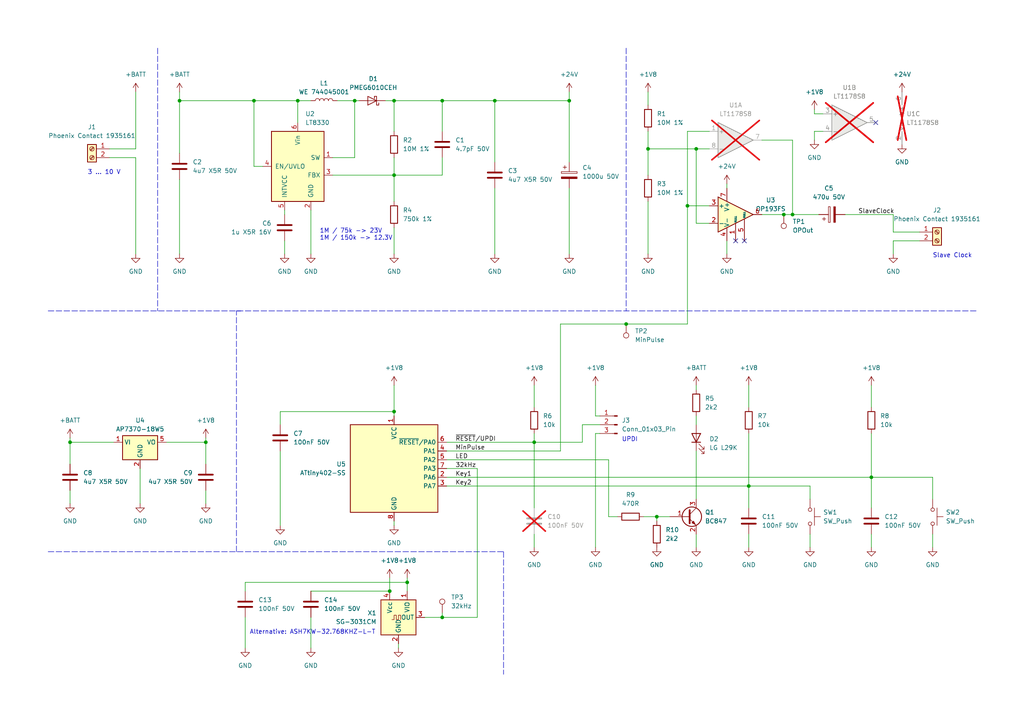
<source format=kicad_sch>
(kicad_sch (version 20230121) (generator eeschema)
  (paper "A4")
  (title_block (title "Master Clock") (date "2023-12-23") (rev "0.1") (company "Christian Mauderer") (comment 1 "Roughly based on http://www.suessbrich.info/elek/ErsatzMutteruhr.html"))
  (lib_symbols
    (symbol "Connector:Conn_01x03_Pin" (pin_names (offset 1.016) hide)
      (property "Reference" "J" (at 0 5.08 0))
      (property "Value" "Conn_01x03_Pin" (at 0 -5.08 0))
      (symbol "Conn_01x03_Pin_1_1"
        (polyline (pts (xy 1.27 -2.54) (xy 0.8636 -2.54)) (stroke (width 0.1524)))
        (polyline (pts (xy 1.27 0) (xy 0.8636 0)) (stroke (width 0.1524)))
        (polyline (pts (xy 1.27 2.54) (xy 0.8636 2.54)) (stroke (width 0.1524)))
        (rectangle (start 0.8636 -2.413) (end 0 -2.667) (stroke (width 0.1524)) (fill (type outline)))
        (rectangle (start 0.8636 0.127) (end 0 -0.127) (stroke (width 0.1524)) (fill (type outline)))
        (rectangle (start 0.8636 2.667) (end 0 2.413) (stroke (width 0.1524)) (fill (type outline)))
        (pin passive line (at 5.08 2.54 180) (length 3.81) (name "Pin_1") (number "1"))
        (pin passive line (at 5.08 0 180) (length 3.81) (name "Pin_2") (number "2"))
        (pin passive line (at 5.08 -2.54 180) (length 3.81) (name "Pin_3") (number "3"))
      )
    )
    (symbol "Connector:Screw_Terminal_01x02" (pin_names (offset 1.016) hide)
      (property "Reference" "J" (at 0 2.54 0))
      (property "Value" "Screw_Terminal_01x02" (at 0 -5.08 0))
      (symbol "Screw_Terminal_01x02_1_1"
        (rectangle (start -1.27 1.27) (end 1.27 -3.81) (stroke (width 0.254)) (fill (type background)))
        (circle (center 0 -2.54) (radius 0.635) (stroke (width 0.1524)))
        (polyline (pts (xy -0.5334 -2.2098) (xy 0.3302 -3.048)) (stroke (width 0.1524)))
        (polyline (pts (xy -0.5334 0.3302) (xy 0.3302 -0.508)) (stroke (width 0.1524)))
        (polyline (pts (xy -0.3556 -2.032) (xy 0.508 -2.8702)) (stroke (width 0.1524)))
        (polyline (pts (xy -0.3556 0.508) (xy 0.508 -0.3302)) (stroke (width 0.1524)))
        (circle (center 0 0) (radius 0.635) (stroke (width 0.1524)))
        (pin passive line (at -5.08 0 0) (length 3.81) (name "Pin_1") (number "1"))
        (pin passive line (at -5.08 -2.54 0) (length 3.81) (name "Pin_2") (number "2"))
      )
    )
    (symbol "Connector:TestPoint" (pin_numbers hide) (pin_names (offset 0.762) hide)
      (property "Reference" "TP" (at 0 6.858 0))
      (property "Value" "TestPoint" (at 0 5.08 0))
      (symbol "TestPoint_0_1"
        (circle (center 0 3.302) (radius 0.762))
      )
      (symbol "TestPoint_1_1"
        (pin passive line (at 0 0 90) (length 2.54) (name "1") (number "1"))
      )
    )
    (symbol "Device:C" (pin_numbers hide) (pin_names (offset 0.254))
      (property "Reference" "C" (at 0.635 2.54 0))
      (property "Value" "C" (at 0.635 -2.54 0))
      (symbol "C_0_1"
        (polyline (pts (xy -2.032 -0.762) (xy 2.032 -0.762)) (stroke (width 0.508)))
        (polyline (pts (xy -2.032 0.762) (xy 2.032 0.762)) (stroke (width 0.508)))
      )
      (symbol "C_1_1"
        (pin passive line (at 0 3.81 270) (length 2.794) (name "~") (number "1"))
        (pin passive line (at 0 -3.81 90) (length 2.794) (name "~") (number "2"))
      )
    )
    (symbol "Device:C_Polarized" (pin_numbers hide) (pin_names (offset 0.254))
      (property "Reference" "C" (at 0.635 2.54 0))
      (property "Value" "C_Polarized" (at 0.635 -2.54 0))
      (symbol "C_Polarized_0_1"
        (rectangle (start -2.286 0.508) (end 2.286 1.016))
        (polyline (pts (xy -1.778 2.286) (xy -0.762 2.286)))
        (polyline (pts (xy -1.27 2.794) (xy -1.27 1.778)))
        (rectangle (start 2.286 -0.508) (end -2.286 -1.016) (fill (type outline)))
      )
      (symbol "C_Polarized_1_1"
        (pin passive line (at 0 3.81 270) (length 2.794) (name "~") (number "1"))
        (pin passive line (at 0 -3.81 90) (length 2.794) (name "~") (number "2"))
      )
    )
    (symbol "Device:L" (pin_numbers hide) (pin_names (offset 1.016) hide)
      (property "Reference" "L" (at -1.27 0 90))
      (property "Value" "L" (at 1.905 0 90))
      (symbol "L_0_1"
        (arc (start 0 -2.54) (mid 0.6323 -1.905) (end 0 -1.27))
        (arc (start 0 -1.27) (mid 0.6323 -0.635) (end 0 0))
        (arc (start 0 0) (mid 0.6323 0.635) (end 0 1.27))
        (arc (start 0 1.27) (mid 0.6323 1.905) (end 0 2.54))
      )
      (symbol "L_1_1"
        (pin passive line (at 0 3.81 270) (length 1.27) (name "1") (number "1"))
        (pin passive line (at 0 -3.81 90) (length 1.27) (name "2") (number "2"))
      )
    )
    (symbol "Device:LED" (pin_numbers hide) (pin_names (offset 1.016) hide)
      (property "Reference" "D" (at 0 2.54 0))
      (property "Value" "LED" (at 0 -2.54 0))
      (symbol "LED_0_1"
        (polyline (pts (xy -1.27 -1.27) (xy -1.27 1.27)) (stroke (width 0.254)))
        (polyline (pts (xy -1.27 0) (xy 1.27 0)))
        (polyline (pts (xy 1.27 -1.27) (xy 1.27 1.27) (xy -1.27 0) (xy 1.27 -1.27)) (stroke (width 0.254)))
        (polyline (pts (xy -3.048 -0.762) (xy -4.572 -2.286) (xy -3.81 -2.286) (xy -4.572 -2.286) (xy -4.572 -1.524)))
        (polyline (pts (xy -1.778 -0.762) (xy -3.302 -2.286) (xy -2.54 -2.286) (xy -3.302 -2.286) (xy -3.302 -1.524)))
      )
      (symbol "LED_1_1"
        (pin passive line (at -3.81 0 0) (length 2.54) (name "K") (number "1"))
        (pin passive line (at 3.81 0 180) (length 2.54) (name "A") (number "2"))
      )
    )
    (symbol "Device:R" (pin_numbers hide) (pin_names (offset 0))
      (property "Reference" "R" (at 2.032 0 90))
      (property "Value" "R" (at 0 0 90))
      (symbol "R_0_1"
        (rectangle (start -1.016 -2.54) (end 1.016 2.54) (stroke (width 0.254)))
      )
      (symbol "R_1_1"
        (pin passive line (at 0 3.81 270) (length 1.27) (name "~") (number "1"))
        (pin passive line (at 0 -3.81 90) (length 1.27) (name "~") (number "2"))
      )
    )
    (symbol "Diode:PMEG6010CEH" (pin_numbers hide) (pin_names hide)
      (property "Reference" "D" (at 0 2.54 0))
      (property "Value" "PMEG6010CEH" (at 0 -2.54 0))
      (symbol "PMEG6010CEH_0_1"
        (polyline (pts (xy 1.27 0) (xy -1.27 0)))
        (polyline (pts (xy 1.27 1.27) (xy 1.27 -1.27) (xy -1.27 0) (xy 1.27 1.27)) (stroke (width 0.2032)))
        (polyline (pts (xy -1.905 0.635) (xy -1.905 1.27) (xy -1.27 1.27) (xy -1.27 -1.27) (xy -0.635 -1.27) (xy -0.635 -0.635)) (stroke (width 0.2032)))
      )
      (symbol "PMEG6010CEH_1_1"
        (pin passive line (at -3.81 0 0) (length 2.54) (name "K") (number "1"))
        (pin passive line (at 3.81 0 180) (length 2.54) (name "A") (number "2"))
      )
    )
    (symbol "MCU_Microchip_ATtiny:ATtiny402-SS"
      (property "Reference" "U" (at -12.7 13.97 0))
      (property "Value" "ATtiny402-SS" (at 2.54 -13.97 0))
      (symbol "ATtiny402-SS_0_1"
        (rectangle (start -12.7 -12.7) (end 12.7 12.7) (stroke (width 0.254)) (fill (type background)))
      )
      (symbol "ATtiny402-SS_1_1"
        (pin power_in line (at 0 15.24 270) (length 2.54) (name "VCC") (number "1"))
        (pin bidirectional line (at 15.24 -2.54 180) (length 2.54) (name "PA6") (number "2"))
        (pin bidirectional line (at 15.24 -5.08 180) (length 2.54) (name "PA7") (number "3"))
        (pin bidirectional line (at 15.24 5.08 180) (length 2.54) (name "PA1") (number "4"))
        (pin bidirectional line (at 15.24 2.54 180) (length 2.54) (name "PA2") (number "5"))
        (pin bidirectional line (at 15.24 7.62 180) (length 2.54) (name "~{RESET}/PA0") (number "6"))
        (pin bidirectional line (at 15.24 0 180) (length 2.54) (name "PA3") (number "7"))
        (pin power_in line (at 0 -15.24 90) (length 2.54) (name "GND") (number "8"))
      )
    )
    (symbol "Master_Clock:AP7370-18W5"
      (property "Reference" "U" (at -3.81 3.175 0))
      (property "Value" "AP7370-18W5" (at 0 3.175 0))
      (symbol "AP7370-18W5_0_1"
        (rectangle (start -5.08 1.905) (end 5.08 -5.08) (stroke (width 0.254)) (fill (type background)))
      )
      (symbol "AP7370-18W5_1_1"
        (pin power_in line (at -7.62 0 0) (length 2.54) (name "VI") (number "1"))
        (pin power_in line (at 0 -7.62 90) (length 2.54) (name "GND") (number "2"))
        (pin no_connect line (at -5.08 -2.54 0) (length 2.54) hide (name "NC") (number "3"))
        (pin no_connect line (at 5.08 -2.54 180) (length 2.54) hide (name "NC") (number "4"))
        (pin power_out line (at 7.62 0 180) (length 2.54) (name "VO") (number "5"))
      )
    )
    (symbol "Master_Clock:LT1178S8" (pin_names (offset 0.127))
      (property "Reference" "U" (at 0 5.08 0))
      (property "Value" "LT1178S8" (at 0 -5.08 0))
      (symbol "LT1178S8_1_1"
        (polyline (pts (xy -5.08 5.08) (xy 5.08 0) (xy -5.08 -5.08) (xy -5.08 5.08)) (stroke (width 0.254)) (fill (type background)))
        (pin input line (at -7.62 2.54 0) (length 2.54) (name "+") (number "1"))
        (pin output line (at 7.62 0 180) (length 2.54) (name "~") (number "7"))
        (pin input line (at -7.62 -2.54 0) (length 2.54) (name "-") (number "8"))
      )
      (symbol "LT1178S8_2_1"
        (polyline (pts (xy -5.08 5.08) (xy 5.08 0) (xy -5.08 -5.08) (xy -5.08 5.08)) (stroke (width 0.254)) (fill (type background)))
        (pin input line (at -7.62 2.54 0) (length 2.54) (name "+") (number "3"))
        (pin input line (at -7.62 -2.54 0) (length 2.54) (name "-") (number "4"))
        (pin output line (at 7.62 0 180) (length 2.54) (name "~") (number "5"))
      )
      (symbol "LT1178S8_3_1"
        (pin power_in line (at -2.54 -7.62 90) (length 3.81) (name "V-") (number "2"))
        (pin power_in line (at -2.54 7.62 270) (length 3.81) (name "V+") (number "6"))
      )
    )
    (symbol "Master_Clock:LT8330xS6" (pin_names (offset 1.016))
      (property "Reference" "U" (at 1.27 13.97 0))
      (property "Value" "LT8330" (at 1.27 11.43 0))
      (symbol "LT8330xS6_0_1"
        (rectangle (start -7.62 10.16) (end 7.62 -10.16) (stroke (width 0.254)) (fill (type background)))
      )
      (symbol "LT8330xS6_1_1"
        (pin input line (at 10.16 2.54 180) (length 2.54) (name "SW") (number "1"))
        (pin power_in line (at 3.81 -12.7 90) (length 2.54) (name "GND") (number "2"))
        (pin input line (at 10.16 -2.54 180) (length 2.54) (name "FBX") (number "3"))
        (pin input line (at -10.16 0 0) (length 2.54) (name "EN/UVLO") (number "4"))
        (pin output line (at -3.81 -12.7 90) (length 2.54) (name "INTVCC") (number "5"))
        (pin power_in line (at 0 12.7 270) (length 2.54) (name "Vin") (number "6"))
      )
    )
    (symbol "Master_Clock:OP193" (pin_names (offset 0.127))
      (property "Reference" "U" (at 0 6.35 0))
      (property "Value" "OP193" (at 0 3.81 0))
      (symbol "OP193_1_1"
        (polyline (pts (xy -5.08 5.08) (xy 5.08 0) (xy -5.08 -5.08) (xy -5.08 5.08)) (stroke (width 0.254)) (fill (type background)))
        (pin input line (at 0 -7.62 90) (length 5.08) (name "NULL") (number "1"))
        (pin input line (at -7.62 -2.54 0) (length 2.54) (name "-") (number "2"))
        (pin input line (at -7.62 2.54 0) (length 2.54) (name "+") (number "3"))
        (pin power_in line (at -2.54 -7.62 90) (length 3.81) (name "V-") (number "4"))
        (pin input line (at 2.54 -7.62 90) (length 6.35) (name "NULL") (number "5"))
        (pin output line (at 7.62 0 180) (length 2.54) (name "~") (number "6"))
        (pin power_in line (at -2.54 7.62 270) (length 3.81) (name "V+") (number "7"))
        (pin no_connect line (at -2.54 0 180) (length 2.54) hide (name "NC") (number "8"))
      )
    )
    (symbol "Oscillator:SG-3030CM"
      (property "Reference" "X" (at -5.08 -6.35 0))
      (property "Value" "SG-3030CM" (at 1.27 -6.35 0))
      (symbol "SG-3030CM_0_1"
        (rectangle (start -5.08 5.08) (end 5.08 -5.08) (stroke (width 0.254)) (fill (type background)))
        (polyline (pts (xy -1.905 -0.635) (xy -1.27 -0.635) (xy -1.27 0.635) (xy -0.635 0.635) (xy -0.635 -0.635) (xy 0 -0.635) (xy 0 0.635) (xy 0.635 0.635) (xy 0.635 -0.635)))
      )
      (symbol "SG-3030CM_1_1"
        (pin power_in line (at 2.54 7.62 270) (length 2.54) (name "VIO") (number "1"))
        (pin power_in line (at 0 -7.62 90) (length 2.54) (name "GND") (number "2"))
        (pin output line (at 7.62 0 180) (length 2.54) (name "OUT") (number "3"))
        (pin power_in line (at -2.54 7.62 270) (length 2.54) (name "Vcc") (number "4"))
      )
    )
    (symbol "Switch:SW_Push" (pin_numbers hide) (pin_names (offset 1.016) hide)
      (property "Reference" "SW" (at 1.27 2.54 0))
      (property "Value" "SW_Push" (at 0 -1.524 0))
      (symbol "SW_Push_0_1"
        (circle (center -2.032 0) (radius 0.508))
        (polyline (pts (xy 0 1.27) (xy 0 3.048)))
        (polyline (pts (xy 2.54 1.27) (xy -2.54 1.27)))
        (circle (center 2.032 0) (radius 0.508))
        (pin passive line (at -5.08 0 0) (length 2.54) (name "1") (number "1"))
        (pin passive line (at 5.08 0 180) (length 2.54) (name "2") (number "2"))
      )
    )
    (symbol "Transistor_BJT:BC847" (pin_names (offset 0) hide)
      (property "Reference" "Q" (at 5.08 1.905 0))
      (property "Value" "BC847" (at 5.08 0 0))
      (symbol "BC847_0_1"
        (polyline (pts (xy 0.635 0.635) (xy 2.54 2.54)))
        (polyline (pts (xy 0.635 -0.635) (xy 2.54 -2.54) (xy 2.54 -2.54)))
        (polyline (pts (xy 0.635 1.905) (xy 0.635 -1.905) (xy 0.635 -1.905)) (stroke (width 0.508)))
        (polyline (pts (xy 1.27 -1.778) (xy 1.778 -1.27) (xy 2.286 -2.286) (xy 1.27 -1.778) (xy 1.27 -1.778)) (fill (type outline)))
        (circle (center 1.27 0) (radius 2.8194) (stroke (width 0.254)))
      )
      (symbol "BC847_1_1"
        (pin input line (at -5.08 0 0) (length 5.715) (name "B") (number "1"))
        (pin passive line (at 2.54 -5.08 90) (length 2.54) (name "E") (number "2"))
        (pin passive line (at 2.54 5.08 270) (length 2.54) (name "C") (number "3"))
      )
    )
    (symbol "power:+1V8" (power) (pin_names (offset 0))
      (property "Value" "+1V8" (at 0 3.556 0))
      (symbol "+1V8_0_1"
        (polyline (pts (xy -0.762 1.27) (xy 0 2.54)))
        (polyline (pts (xy 0 0) (xy 0 2.54)))
        (polyline (pts (xy 0 2.54) (xy 0.762 1.27)))
      )
      (symbol "+1V8_1_1"
        (pin power_in line (at 0 0 90) (length 0) hide (name "+1V8") (number "1"))
      )
    )
    (symbol "power:+24V" (power) (pin_names (offset 0))
      (property "Value" "+24V" (at 0 3.556 0))
      (symbol "+24V_0_1"
        (polyline (pts (xy -0.762 1.27) (xy 0 2.54)))
        (polyline (pts (xy 0 0) (xy 0 2.54)))
        (polyline (pts (xy 0 2.54) (xy 0.762 1.27)))
      )
      (symbol "+24V_1_1"
        (pin power_in line (at 0 0 90) (length 0) hide (name "+24V") (number "1"))
      )
    )
    (symbol "power:+BATT" (power) (pin_names (offset 0))
      (property "Value" "+BATT" (at 0 3.556 0))
      (symbol "+BATT_0_1"
        (polyline (pts (xy -0.762 1.27) (xy 0 2.54)))
        (polyline (pts (xy 0 0) (xy 0 2.54)))
        (polyline (pts (xy 0 2.54) (xy 0.762 1.27)))
      )
      (symbol "+BATT_1_1"
        (pin power_in line (at 0 0 90) (length 0) hide (name "+BATT") (number "1"))
      )
    )
    (symbol "power:GND" (power) (pin_names (offset 0))
      (property "Value" "GND" (at 0 -3.81 0))
      (symbol "GND_0_1"
        (polyline (pts (xy 0 0) (xy 0 -1.27) (xy 1.27 -1.27) (xy 0 -2.54) (xy -1.27 -1.27) (xy 0 -1.27)))
      )
      (symbol "GND_1_1"
        (pin power_in line (at 0 0 270) (length 0) hide (name "GND") (number "1"))
      )
    )
  )
  (junction (at 128.27 179.07))
  (junction (at 118.11 168.91))
  (junction (at 217.17 140.97))
  (junction (at 201.93 43.18))
  (junction (at 102.87 29.21))
  (junction (at 113.03 171.45))
  (junction (at 181.61 93.98))
  (junction (at 128.27 29.21))
  (junction (at 20.32 128.27))
  (junction (at 86.36 29.21))
  (junction (at 114.3 119.38))
  (junction (at 59.69 128.27))
  (junction (at 114.3 50.8))
  (junction (at 52.07 29.21))
  (junction (at 199.39 59.69))
  (junction (at 227.33 62.23))
  (junction (at 143.51 29.21))
  (junction (at 154.94 128.27))
  (junction (at 73.66 29.21))
  (junction (at 229.87 62.23))
  (junction (at 165.1 29.21))
  (junction (at 252.73 138.43))
  (junction (at 187.96 43.18))
  (junction (at 114.3 29.21))
  (junction (at 190.5 149.86))
  (no_connect (at 215.9 69.85))
  (no_connect (at 254 35.56))
  (no_connect (at 213.36 69.85))
  (wire (pts (xy 128.27 45.72) (xy 128.27 50.8)))
  (wire (pts (xy 186.69 149.86) (xy 190.5 149.86)))
  (wire (pts (xy 143.51 29.21) (xy 128.27 29.21)))
  (wire (pts (xy 252.73 154.94) (xy 252.73 158.75)))
  (wire (pts (xy 129.54 133.35) (xy 176.53 133.35)))
  (wire (pts (xy 76.2 48.26) (xy 73.66 48.26)))
  (wire (pts (xy 39.37 45.72) (xy 31.75 45.72)))
  (wire (pts (xy 96.52 45.72) (xy 102.87 45.72)))
  (wire (pts (xy 86.36 29.21) (xy 86.36 35.56)))
  (wire (pts (xy 39.37 73.66) (xy 39.37 45.72)))
  (wire (pts (xy 52.07 44.45) (xy 52.07 29.21)))
  (wire (pts (xy 259.08 69.85) (xy 266.7 69.85)))
  (wire (pts (xy 90.17 29.21) (xy 86.36 29.21)))
  (wire (pts (xy 118.11 168.91) (xy 118.11 171.45)))
  (wire (pts (xy 102.87 29.21) (xy 97.79 29.21)))
  (wire (pts (xy 201.93 43.18) (xy 205.74 43.18)))
  (wire (pts (xy 82.55 60.96) (xy 82.55 62.23)))
  (wire (pts (xy 114.3 45.72) (xy 114.3 50.8)))
  (wire (pts (xy 187.96 38.1) (xy 187.96 43.18)))
  (wire (pts (xy 71.12 171.45) (xy 71.12 168.91)))
  (wire (pts (xy 238.76 33.02) (xy 236.22 33.02)))
  (wire (pts (xy 71.12 179.07) (xy 71.12 187.96)))
  (wire (pts (xy 217.17 125.73) (xy 217.17 140.97)))
  (wire (pts (xy 39.37 26.67) (xy 39.37 43.18)))
  (wire (pts (xy 229.87 40.64) (xy 229.87 62.23)))
  (wire (pts (xy 165.1 54.61) (xy 165.1 73.66)))
  (wire (pts (xy 172.72 125.73) (xy 173.99 125.73)))
  (wire (pts (xy 102.87 29.21) (xy 104.14 29.21)))
  (wire (pts (xy 270.51 154.94) (xy 270.51 158.75)))
  (wire (pts (xy 176.53 149.86) (xy 179.07 149.86)))
  (wire (pts (xy 129.54 138.43) (xy 252.73 138.43)))
  (wire (pts (xy 114.3 50.8) (xy 114.3 58.42)))
  (wire (pts (xy 73.66 48.26) (xy 73.66 29.21)))
  (wire (pts (xy 168.91 123.19) (xy 168.91 128.27)))
  (wire (pts (xy 129.54 130.81) (xy 162.56 130.81)))
  (wire (pts (xy 181.61 93.98) (xy 199.39 93.98)))
  (wire (pts (xy 259.08 67.31) (xy 266.7 67.31)))
  (wire (pts (xy 217.17 140.97) (xy 234.95 140.97)))
  (wire (pts (xy 234.95 140.97) (xy 234.95 144.78)))
  (wire (pts (xy 114.3 119.38) (xy 114.3 120.65)))
  (wire (pts (xy 245.11 62.23) (xy 259.08 62.23)))
  (wire (pts (xy 59.69 142.24) (xy 59.69 146.05)))
  (wire (pts (xy 52.07 29.21) (xy 73.66 29.21)))
  (wire (pts (xy 71.12 168.91) (xy 118.11 168.91)))
  (wire (pts (xy 190.5 149.86) (xy 194.31 149.86)))
  (wire (pts (xy 114.3 111.76) (xy 114.3 119.38)))
  (wire (pts (xy 229.87 62.23) (xy 237.49 62.23)))
  (wire (pts (xy 165.1 26.67) (xy 165.1 29.21)))
  (wire (pts (xy 129.54 135.89) (xy 138.43 135.89)))
  (wire (pts (xy 90.17 60.96) (xy 90.17 73.66)))
  (wire (pts (xy 128.27 50.8) (xy 114.3 50.8)))
  (wire (pts (xy 111.76 29.21) (xy 114.3 29.21)))
  (wire (pts (xy 162.56 93.98) (xy 181.61 93.98)))
  (wire (pts (xy 201.93 120.65) (xy 201.93 123.19)))
  (wire (pts (xy 252.73 125.73) (xy 252.73 138.43)))
  (wire (pts (xy 252.73 138.43) (xy 270.51 138.43)))
  (wire (pts (xy 217.17 111.76) (xy 217.17 118.11)))
  (wire (pts (xy 172.72 158.75) (xy 172.72 125.73)))
  (wire (pts (xy 252.73 111.76) (xy 252.73 118.11)))
  (wire (pts (xy 81.28 119.38) (xy 114.3 119.38)))
  (wire (pts (xy 33.02 128.27) (xy 20.32 128.27)))
  (wire (pts (xy 96.52 50.8) (xy 114.3 50.8)))
  (polyline (pts (xy 146.05 160.02) (xy 146.05 195.58)) (stroke (width 0) (type dash)))
  (wire (pts (xy 81.28 119.38) (xy 81.28 123.19)))
  (polyline (pts (xy 13.97 90.17) (xy 283.21 90.17)) (stroke (width 0) (type dash)))
  (wire (pts (xy 236.22 38.1) (xy 236.22 40.64)))
  (wire (pts (xy 73.66 29.21) (xy 86.36 29.21)))
  (wire (pts (xy 172.72 120.65) (xy 172.72 111.76)))
  (wire (pts (xy 129.54 128.27) (xy 154.94 128.27)))
  (wire (pts (xy 168.91 128.27) (xy 154.94 128.27)))
  (wire (pts (xy 154.94 154.94) (xy 154.94 158.75)))
  (wire (pts (xy 238.76 38.1) (xy 236.22 38.1)))
  (wire (pts (xy 114.3 38.1) (xy 114.3 29.21)))
  (wire (pts (xy 187.96 58.42) (xy 187.96 73.66)))
  (wire (pts (xy 81.28 130.81) (xy 81.28 152.4)))
  (wire (pts (xy 259.08 62.23) (xy 259.08 67.31)))
  (polyline (pts (xy 13.97 160.02) (xy 146.05 160.02)) (stroke (width 0) (type dash)))
  (wire (pts (xy 138.43 179.07) (xy 138.43 135.89)))
  (wire (pts (xy 162.56 130.81) (xy 162.56 93.98)))
  (wire (pts (xy 199.39 38.1) (xy 205.74 38.1)))
  (wire (pts (xy 20.32 128.27) (xy 20.32 127)))
  (wire (pts (xy 210.82 73.66) (xy 210.82 69.85)))
  (wire (pts (xy 82.55 69.85) (xy 82.55 73.66)))
  (wire (pts (xy 201.93 111.76) (xy 201.93 113.03)))
  (wire (pts (xy 187.96 43.18) (xy 201.93 43.18)))
  (wire (pts (xy 40.64 135.89) (xy 40.64 146.05)))
  (wire (pts (xy 128.27 29.21) (xy 114.3 29.21)))
  (wire (pts (xy 205.74 64.77) (xy 201.93 64.77)))
  (wire (pts (xy 90.17 179.07) (xy 90.17 187.96)))
  (wire (pts (xy 90.17 171.45) (xy 113.03 171.45)))
  (wire (pts (xy 252.73 138.43) (xy 252.73 147.32)))
  (wire (pts (xy 115.57 187.96) (xy 115.57 186.69)))
  (wire (pts (xy 113.03 167.64) (xy 113.03 171.45)))
  (wire (pts (xy 114.3 152.4) (xy 114.3 151.13)))
  (wire (pts (xy 143.51 46.99) (xy 143.51 29.21)))
  (wire (pts (xy 199.39 38.1) (xy 199.39 59.69)))
  (wire (pts (xy 143.51 54.61) (xy 143.51 73.66)))
  (wire (pts (xy 52.07 26.67) (xy 52.07 29.21)))
  (wire (pts (xy 59.69 128.27) (xy 59.69 134.62)))
  (wire (pts (xy 187.96 26.67) (xy 187.96 30.48)))
  (wire (pts (xy 201.93 64.77) (xy 201.93 43.18)))
  (wire (pts (xy 154.94 111.76) (xy 154.94 118.11)))
  (wire (pts (xy 128.27 179.07) (xy 138.43 179.07)))
  (wire (pts (xy 39.37 43.18) (xy 31.75 43.18)))
  (wire (pts (xy 187.96 43.18) (xy 187.96 50.8)))
  (wire (pts (xy 227.33 62.23) (xy 229.87 62.23)))
  (wire (pts (xy 259.08 69.85) (xy 259.08 73.66)))
  (wire (pts (xy 165.1 29.21) (xy 143.51 29.21)))
  (wire (pts (xy 20.32 128.27) (xy 20.32 134.62)))
  (wire (pts (xy 234.95 154.94) (xy 234.95 158.75)))
  (wire (pts (xy 52.07 52.07) (xy 52.07 73.66)))
  (polyline (pts (xy 45.72 13.97) (xy 45.72 90.17)) (stroke (width 0) (type dash)))
  (polyline (pts (xy 68.58 160.02) (xy 68.58 90.17)) (stroke (width 0) (type dash)))
  (wire (pts (xy 217.17 140.97) (xy 217.17 147.32)))
  (wire (pts (xy 165.1 46.99) (xy 165.1 29.21)))
  (wire (pts (xy 102.87 45.72) (xy 102.87 29.21)))
  (wire (pts (xy 201.93 130.81) (xy 201.93 144.78)))
  (wire (pts (xy 270.51 144.78) (xy 270.51 138.43)))
  (wire (pts (xy 129.54 140.97) (xy 217.17 140.97)))
  (wire (pts (xy 176.53 133.35) (xy 176.53 149.86)))
  (wire (pts (xy 118.11 167.64) (xy 118.11 168.91)))
  (wire (pts (xy 154.94 128.27) (xy 154.94 147.32)))
  (wire (pts (xy 199.39 59.69) (xy 199.39 93.98)))
  (wire (pts (xy 20.32 142.24) (xy 20.32 146.05)))
  (polyline (pts (xy 68.58 90.17) (xy 69.85 90.17)))
  (wire (pts (xy 201.93 158.75) (xy 201.93 154.94)))
  (wire (pts (xy 236.22 33.02) (xy 236.22 31.75)))
  (wire (pts (xy 217.17 154.94) (xy 217.17 158.75)))
  (wire (pts (xy 173.99 120.65) (xy 172.72 120.65)))
  (wire (pts (xy 190.5 149.86) (xy 190.5 151.13)))
  (wire (pts (xy 114.3 66.04) (xy 114.3 73.66)))
  (wire (pts (xy 123.19 179.07) (xy 128.27 179.07)))
  (wire (pts (xy 220.98 40.64) (xy 229.87 40.64)))
  (wire (pts (xy 128.27 29.21) (xy 128.27 38.1)))
  (wire (pts (xy 59.69 128.27) (xy 59.69 127)))
  (wire (pts (xy 220.98 62.23) (xy 227.33 62.23)))
  (wire (pts (xy 199.39 59.69) (xy 205.74 59.69)))
  (wire (pts (xy 154.94 125.73) (xy 154.94 128.27)))
  (polyline (pts (xy 181.61 13.97) (xy 181.61 90.17)) (stroke (width 0) (type dash)))
  (wire (pts (xy 48.26 128.27) (xy 59.69 128.27)))
  (wire (pts (xy 173.99 123.19) (xy 168.91 123.19)))
  (wire (pts (xy 210.82 53.34) (xy 210.82 54.61)))
  (wire (pts (xy 128.27 177.8) (xy 128.27 179.07)))
  (text "UPDI" (at 180.34 128.27 0) (effects (font (size 1.27 1.27)) (justify left bottom)))
  (text "Alternative: ASH7KW-32.768KHZ-L-T" (at 72.39 184.15 0) (effects (font (size 1.27 1.27)) (justify left bottom)))
  (text "1M / 75k -> 23V\n1M / 150k -> 12.3V" (at 92.71 69.85 0) (effects (font (size 1.27 1.27)) (justify left bottom)))
  (text "3 ... 10 V" (at 25.4 50.8 0) (effects (font (size 1.27 1.27)) (justify left bottom)))
  (text "Slave Clock" (at 270.51 74.93 0) (effects (font (size 1.27 1.27)) (justify left bottom)))
  (label "32kHz" (at 132.08 135.89 0))
  (label "SlaveClock" (at 248.92 62.23 0))
  (label "~{RESET}{slash}UPDI" (at 132.08 128.27 0))
  (label "Key1" (at 132.08 138.43 0))
  (label "LED" (at 132.08 133.35 0))
  (label "MinPulse" (at 132.08 130.81 0))
  (label "Key2" (at 132.08 140.97 0))
  (symbol (lib_id "power:GND") (at 210.82 73.66 0) (unit 1)
    (property "Reference" "#PWR018" (effects hide))
    (property "Value" "GND" (at 210.82 78.74 0))
  )
  (symbol (lib_id "power:GND") (at 187.96 73.66 0) (unit 1)
    (property "Reference" "#PWR017" (effects hide))
    (property "Value" "GND" (at 187.96 78.74 0))
  )
  (symbol (lib_id "power:GND") (at 259.08 73.66 0) (unit 1)
    (property "Reference" "#PWR019" (effects hide))
    (property "Value" "GND" (at 259.08 78.74 0))
  )
  (symbol (lib_id "Device:R") (at 201.93 116.84 0) (unit 1)
    (property "Reference" "R5" (at 204.47 115.57 0) (effects (justify left)))
    (property "Value" "2k2" (at 204.47 118.11 0) (effects (justify left)))
    (property "Footprint" "Resistor_SMD:R_0603_1608Metric_Pad0.98x0.95mm_HandSolder" (effects hide))
  )
  (symbol (lib_id "power:+1V8") (at 236.22 31.75 0) (unit 1)
    (property "Reference" "#PWR06" (effects hide))
    (property "Value" "+1V8" (at 236.22 26.67 0))
  )
  (symbol (lib_id "power:+1V8") (at 118.11 167.64 0) (unit 1)
    (property "Reference" "#PWR042" (effects hide))
    (property "Value" "+1V8" (at 118.11 162.56 0))
  )
  (symbol (lib_id "power:+BATT") (at 39.37 26.67 0) (unit 1)
    (property "Reference" "#PWR01" (effects hide))
    (property "Value" "+BATT" (at 39.37 21.59 0))
  )
  (symbol (lib_id "Device:R") (at 217.17 121.92 0) (unit 1)
    (property "Reference" "R7" (at 219.71 120.65 0) (effects (justify left)))
    (property "Value" "10k" (at 219.71 123.19 0) (effects (justify left)))
    (property "Footprint" "Resistor_SMD:R_0603_1608Metric_Pad0.98x0.95mm_HandSolder" (effects hide))
  )
  (symbol (lib_id "Master_Clock:LT1178S8") (at 246.38 35.56 0) (unit 2) (dnp yes)
    (property "Reference" "U1" (at 246.38 25.4 0))
    (property "Value" "LT1178S8" (at 246.38 27.94 0))
    (property "Footprint" "Package_SO:SOIC-8_3.9x4.9mm_P1.27mm" (effects hide))
    (property "Datasheet" "https://www.analog.com/media/en/technical-documentation/data-sheets/11789fb.pdf" (effects hide))
  )
  (symbol (lib_id "Master_Clock:AP7370-18W5") (at 40.64 128.27 0) (unit 1)
    (property "Reference" "U4" (at 40.64 121.92 0))
    (property "Value" "AP7370-18W5" (at 40.64 124.46 0))
    (property "Footprint" "Package_TO_SOT_SMD:SOT-23-5" (effects hide))
    (property "Datasheet" "https://www.diodes.com/assets/Datasheets/AP7370.pdf" (effects hide))
  )
  (symbol (lib_id "MCU_Microchip_ATtiny:ATtiny402-SS") (at 114.3 135.89 0) (unit 1)
    (property "Reference" "U5" (at 100.33 134.62 0) (effects (justify right)))
    (property "Value" "ATtiny402-SS" (at 100.33 137.16 0) (effects (justify right)))
    (property "Footprint" "Package_SO:SOIC-8_3.9x4.9mm_P1.27mm" (effects hide))
    (property "Datasheet" "http://ww1.microchip.com/downloads/en/DeviceDoc/ATtiny202-402-AVR-MCU-with-Core-Independent-Peripherals_and-picoPower-40001969A.pdf" (effects hide))
  )
  (symbol (lib_id "power:GND") (at 217.17 158.75 0) (unit 1)
    (property "Reference" "#PWR037" (effects hide))
    (property "Value" "GND" (at 217.17 163.83 0))
  )
  (symbol (lib_id "power:GND") (at 172.72 158.75 0) (unit 1)
    (property "Reference" "#PWR034" (effects hide))
    (property "Value" "GND" (at 172.72 163.83 0))
  )
  (symbol (lib_id "Device:C") (at 81.28 127 0) (unit 1)
    (property "Reference" "C7" (at 85.09 125.73 0) (effects (justify left)))
    (property "Value" "100nF 50V" (at 85.09 128.27 0) (effects (justify left)))
    (property "Footprint" "Capacitor_SMD:C_0603_1608Metric_Pad1.08x0.95mm_HandSolder" (effects hide))
  )
  (symbol (lib_id "Device:C") (at 252.73 151.13 0) (unit 1)
    (property "Reference" "C12" (at 256.54 149.86 0) (effects (justify left)))
    (property "Value" "100nF 50V" (at 256.54 152.4 0) (effects (justify left)))
    (property "Footprint" "Capacitor_SMD:C_0603_1608Metric_Pad1.08x0.95mm_HandSolder" (effects hide))
  )
  (symbol (lib_id "power:GND") (at 90.17 187.96 0) (unit 1)
    (property "Reference" "#PWR044" (effects hide))
    (property "Value" "GND" (at 90.17 193.04 0))
  )
  (symbol (lib_id "Device:C") (at 20.32 138.43 0) (unit 1)
    (property "Reference" "C8" (at 24.13 137.16 0) (effects (justify left)))
    (property "Value" "4u7 X5R 50V" (at 24.13 139.7 0) (effects (justify left)))
    (property "Footprint" "Capacitor_SMD:C_0805_2012Metric_Pad1.18x1.45mm_HandSolder" (effects hide))
  )
  (symbol (lib_id "Connector:TestPoint") (at 227.33 62.23 180) (unit 1)
    (property "Reference" "TP1" (at 229.87 64.262 0) (effects (justify right)))
    (property "Value" "OPOut" (at 229.87 66.802 0) (effects (justify right)))
    (property "Footprint" "TestPoint:TestPoint_Pad_D1.0mm" (effects hide))
  )
  (symbol (lib_id "Connector:TestPoint") (at 128.27 177.8 0) (unit 1)
    (property "Reference" "TP3" (at 130.81 173.228 0) (effects (justify left)))
    (property "Value" "32kHz" (at 130.81 175.768 0) (effects (justify left)))
    (property "Footprint" "TestPoint:TestPoint_Pad_D1.0mm" (effects hide))
  )
  (symbol (lib_id "Device:R") (at 114.3 62.23 0) (unit 1)
    (property "Reference" "R4" (at 116.84 60.96 0) (effects (justify left)))
    (property "Value" "750k 1%" (at 116.84 63.5 0) (effects (justify left)))
    (property "Footprint" "Resistor_SMD:R_0603_1608Metric_Pad0.98x0.95mm_HandSolder" (effects hide))
  )
  (symbol (lib_id "power:GND") (at 234.95 158.75 0) (unit 1)
    (property "Reference" "#PWR038" (effects hide))
    (property "Value" "GND" (at 234.95 163.83 0))
  )
  (symbol (lib_id "power:GND") (at 39.37 73.66 0) (unit 1)
    (property "Reference" "#PWR010" (effects hide))
    (property "Value" "GND" (at 39.37 78.74 0))
  )
  (symbol (lib_id "power:GND") (at 115.57 187.96 0) (unit 1)
    (property "Reference" "#PWR045" (effects hide))
    (property "Value" "GND" (at 115.57 193.04 0))
  )
  (symbol (lib_id "Diode:PMEG6010CEH") (at 107.95 29.21 180) (unit 1)
    (property "Reference" "D1" (at 108.2675 22.86 0))
    (property "Value" "PMEG6010CEH" (at 108.2675 25.4 0))
    (property "Footprint" "Diode_SMD:D_SOD-123F" (effects hide))
    (property "Datasheet" "https://assets.nexperia.com/documents/data-sheet/PMEG6010CEH_PMEG6010CEJ.pdf" (effects hide))
  )
  (symbol (lib_id "Connector:Conn_01x03_Pin") (at 179.07 123.19 0) (mirror y) (unit 1)
    (property "Reference" "J3" (at 180.34 121.92 0) (effects (justify right)))
    (property "Value" "Conn_01x03_Pin" (at 180.34 124.46 0) (effects (justify right)))
    (property "Footprint" "Connector_PinHeader_2.54mm:PinHeader_1x03_P2.54mm_Vertical" (effects hide))
  )
  (symbol (lib_id "Connector:Screw_Terminal_01x02") (at 26.67 43.18 0) (mirror y) (unit 1)
    (property "Reference" "J1" (at 26.67 36.83 0))
    (property "Value" "Phoenix Contact 1935161" (at 26.67 39.37 0))
    (property "Footprint" "TerminalBlock_Phoenix:TerminalBlock_Phoenix_PT-1,5-2-5.0-H_1x02_P5.00mm_Horizontal" (effects hide))
  )
  (symbol (lib_id "Connector:Screw_Terminal_01x02") (at 271.78 67.31 0) (unit 1)
    (property "Reference" "J2" (at 271.78 60.96 0))
    (property "Value" "Phoenix Contact 1935161" (at 271.78 63.5 0))
    (property "Footprint" "TerminalBlock_Phoenix:TerminalBlock_Phoenix_PT-1,5-2-5.0-H_1x02_P5.00mm_Horizontal" (effects hide))
  )
  (symbol (lib_id "Device:C") (at 71.12 175.26 0) (unit 1)
    (property "Reference" "C13" (at 74.93 173.99 0) (effects (justify left)))
    (property "Value" "100nF 50V" (at 74.93 176.53 0) (effects (justify left)))
    (property "Footprint" "Capacitor_SMD:C_0603_1608Metric_Pad1.08x0.95mm_HandSolder" (effects hide))
  )
  (symbol (lib_id "power:GND") (at 40.64 146.05 0) (unit 1)
    (property "Reference" "#PWR029" (effects hide))
    (property "Value" "GND" (at 40.64 151.13 0))
  )
  (symbol (lib_id "Master_Clock:LT1178S8") (at 213.36 40.64 0) (unit 1) (dnp yes)
    (property "Reference" "U1" (at 213.36 30.48 0))
    (property "Value" "LT1178S8" (at 213.36 33.02 0))
    (property "Footprint" "Package_SO:SOIC-8_3.9x4.9mm_P1.27mm" (effects hide))
    (property "Datasheet" "https://www.analog.com/media/en/technical-documentation/data-sheets/11789fb.pdf" (effects hide))
  )
  (symbol (lib_id "Switch:SW_Push") (at 270.51 149.86 270) (unit 1)
    (property "Reference" "SW2" (at 274.32 148.59 90) (effects (justify left)))
    (property "Value" "SW_Push" (at 274.32 151.13 90) (effects (justify left)))
    (property "Footprint" "Button_Switch_THT:SW_PUSH_6mm" (effects hide))
  )
  (symbol (lib_id "power:+1V8") (at 154.94 111.76 0) (unit 1)
    (property "Reference" "#PWR021" (effects hide))
    (property "Value" "+1V8" (at 154.94 106.68 0))
  )
  (symbol (lib_id "Connector:TestPoint") (at 181.61 93.98 180) (unit 1)
    (property "Reference" "TP2" (at 184.15 96.012 0) (effects (justify right)))
    (property "Value" "MinPulse" (at 184.15 98.552 0) (effects (justify right)))
    (property "Footprint" "TestPoint:TestPoint_Pad_D1.0mm" (effects hide))
  )
  (symbol (lib_id "power:GND") (at 114.3 152.4 0) (unit 1)
    (property "Reference" "#PWR032" (effects hide))
    (property "Value" "GND" (at 114.3 157.48 0))
  )
  (symbol (lib_id "Device:R") (at 252.73 121.92 0) (unit 1)
    (property "Reference" "R8" (at 255.27 120.65 0) (effects (justify left)))
    (property "Value" "10k" (at 255.27 123.19 0) (effects (justify left)))
    (property "Footprint" "Resistor_SMD:R_0603_1608Metric_Pad0.98x0.95mm_HandSolder" (effects hide))
  )
  (symbol (lib_id "power:GND") (at 236.22 40.64 0) (unit 1)
    (property "Reference" "#PWR07" (effects hide))
    (property "Value" "GND" (at 236.22 45.72 0))
  )
  (symbol (lib_id "power:+1V8") (at 217.17 111.76 0) (unit 1)
    (property "Reference" "#PWR024" (effects hide))
    (property "Value" "+1V8" (at 217.17 106.68 0))
  )
  (symbol (lib_id "power:GND") (at 52.07 73.66 0) (unit 1)
    (property "Reference" "#PWR011" (effects hide))
    (property "Value" "GND" (at 52.07 78.74 0))
  )
  (symbol (lib_id "power:+1V8") (at 114.3 111.76 0) (unit 1)
    (property "Reference" "#PWR020" (effects hide))
    (property "Value" "+1V8" (at 114.3 106.68 0))
  )
  (symbol (lib_id "power:GND") (at 165.1 73.66 0) (unit 1)
    (property "Reference" "#PWR016" (effects hide))
    (property "Value" "GND" (at 165.1 78.74 0))
  )
  (symbol (lib_id "Device:C") (at 128.27 41.91 0) (unit 1)
    (property "Reference" "C1" (at 132.08 40.64 0) (effects (justify left)))
    (property "Value" "4.7pF 50V" (at 132.08 43.18 0) (effects (justify left)))
    (property "Footprint" "Capacitor_SMD:C_0603_1608Metric_Pad1.08x0.95mm_HandSolder" (effects hide))
  )
  (symbol (lib_id "Device:C") (at 52.07 48.26 0) (unit 1)
    (property "Reference" "C2" (at 55.88 46.99 0) (effects (justify left)))
    (property "Value" "4u7 X5R 50V" (at 55.88 49.53 0) (effects (justify left)))
    (property "Footprint" "Capacitor_SMD:C_0805_2012Metric_Pad1.18x1.45mm_HandSolder" (effects hide))
  )
  (symbol (lib_id "Device:R") (at 154.94 121.92 0) (unit 1)
    (property "Reference" "R6" (at 157.48 120.65 0) (effects (justify left)))
    (property "Value" "10k" (at 157.48 123.19 0) (effects (justify left)))
    (property "Footprint" "Resistor_SMD:R_0603_1608Metric_Pad0.98x0.95mm_HandSolder" (effects hide))
  )
  (symbol (lib_id "Switch:SW_Push") (at 234.95 149.86 270) (unit 1)
    (property "Reference" "SW1" (at 238.76 148.59 90) (effects (justify left)))
    (property "Value" "SW_Push" (at 238.76 151.13 90) (effects (justify left)))
    (property "Footprint" "Button_Switch_THT:SW_PUSH_6mm" (effects hide))
  )
  (symbol (lib_id "Device:C_Polarized") (at 165.1 50.8 0) (unit 1)
    (property "Reference" "C4" (at 168.91 48.641 0) (effects (justify left)))
    (property "Value" "1000u 50V" (at 168.91 51.181 0) (effects (justify left)))
    (property "Footprint" "Capacitor_THT:C_Radial_D12.5mm_H25.0mm_P5.00mm" (effects hide))
  )
  (symbol (lib_id "power:GND") (at 270.51 158.75 0) (unit 1)
    (property "Reference" "#PWR040" (effects hide))
    (property "Value" "GND" (at 270.51 163.83 0))
  )
  (symbol (lib_id "Device:R") (at 114.3 41.91 0) (unit 1)
    (property "Reference" "R2" (at 116.84 40.64 0) (effects (justify left)))
    (property "Value" "10M 1%" (at 116.84 43.18 0) (effects (justify left)))
    (property "Footprint" "Resistor_SMD:R_0603_1608Metric_Pad0.98x0.95mm_HandSolder" (effects hide))
  )
  (symbol (lib_id "power:+24V") (at 165.1 26.67 0) (unit 1)
    (property "Reference" "#PWR03" (effects hide))
    (property "Value" "+24V" (at 165.1 21.59 0))
  )
  (symbol (lib_id "Master_Clock:OP193") (at 213.36 62.23 0) (unit 1)
    (property "Reference" "U3" (at 223.52 58.0391 0))
    (property "Value" "OP193FS" (at 223.52 60.5791 0))
    (property "Footprint" "Package_SO:SOIC-8_3.9x4.9mm_P1.27mm" (effects hide))
    (property "Datasheet" "https://www.analog.com/media/en/technical-documentation/data-sheets/OP193_293.pdf" (effects hide))
  )
  (symbol (lib_id "Device:R") (at 190.5 154.94 0) (unit 1)
    (property "Reference" "R10" (at 193.04 153.67 0) (effects (justify left)))
    (property "Value" "2k2" (at 193.04 156.21 0) (effects (justify left)))
    (property "Footprint" "Resistor_SMD:R_0603_1608Metric_Pad0.98x0.95mm_HandSolder" (effects hide))
  )
  (symbol (lib_id "power:+1V8") (at 187.96 26.67 0) (unit 1)
    (property "Reference" "#PWR04" (effects hide))
    (property "Value" "+1V8" (at 187.96 21.59 0))
  )
  (symbol (lib_id "power:+BATT") (at 20.32 127 0) (unit 1)
    (property "Reference" "#PWR026" (effects hide))
    (property "Value" "+BATT" (at 20.32 121.92 0))
  )
  (symbol (lib_id "power:GND") (at 190.5 158.75 0) (unit 1)
    (property "Reference" "#PWR035" (effects hide))
    (property "Value" "GND" (at 190.5 163.83 0))
  )
  (symbol (lib_id "power:+1V8") (at 252.73 111.76 0) (unit 1)
    (property "Reference" "#PWR025" (effects hide))
    (property "Value" "+1V8" (at 252.73 106.68 0))
  )
  (symbol (lib_id "power:GND") (at 71.12 187.96 0) (unit 1)
    (property "Reference" "#PWR043" (effects hide))
    (property "Value" "GND" (at 71.12 193.04 0))
  )
  (symbol (lib_id "power:GND") (at 82.55 73.66 0) (unit 1)
    (property "Reference" "#PWR012" (effects hide))
    (property "Value" "GND" (at 82.55 78.74 0))
  )
  (symbol (lib_id "power:GND") (at 81.28 152.4 0) (unit 1)
    (property "Reference" "#PWR031" (effects hide))
    (property "Value" "GND" (at 81.28 157.48 0))
  )
  (symbol (lib_id "Oscillator:SG-3030CM") (at 115.57 179.07 0) (unit 1)
    (property "Reference" "X1" (at 109.22 177.8 0) (effects (justify right)))
    (property "Value" "SG-3031CM" (at 109.22 180.34 0) (effects (justify right)))
    (property "Footprint" "Oscillator:Oscillator_SMD_SeikoEpson_SG3030CM" (effects hide))
    (property "Datasheet" "https://support.epson.biz/td/api/doc_check.php?mode=dl&lang=en&Parts=SG-3030CM" (effects hide))
  )
  (symbol (lib_id "power:+1V8") (at 59.69 127 0) (unit 1)
    (property "Reference" "#PWR027" (effects hide))
    (property "Value" "+1V8" (at 59.69 121.92 0))
  )
  (symbol (lib_id "Device:C") (at 90.17 175.26 0) (unit 1)
    (property "Reference" "C14" (at 93.98 173.99 0) (effects (justify left)))
    (property "Value" "100nF 50V" (at 93.98 176.53 0) (effects (justify left)))
    (property "Footprint" "Capacitor_SMD:C_0603_1608Metric_Pad1.08x0.95mm_HandSolder" (effects hide))
  )
  (symbol (lib_id "Device:L") (at 93.98 29.21 90) (unit 1)
    (property "Reference" "L1" (at 93.98 24.13 90))
    (property "Value" "WE 744045001" (at 93.98 26.67 90))
    (property "Footprint" "Inductor_SMD:L_1812_4532Metric_Pad1.30x3.40mm_HandSolder" (effects hide))
  )
  (symbol (lib_id "power:GND") (at 252.73 158.75 0) (unit 1)
    (property "Reference" "#PWR039" (effects hide))
    (property "Value" "GND" (at 252.73 163.83 0))
  )
  (symbol (lib_id "Device:R") (at 182.88 149.86 90) (unit 1)
    (property "Reference" "R9" (at 182.88 143.51 90))
    (property "Value" "470R" (at 182.88 146.05 90))
    (property "Footprint" "Resistor_SMD:R_0603_1608Metric_Pad0.98x0.95mm_HandSolder" (effects hide))
  )
  (symbol (lib_id "Device:C") (at 217.17 151.13 0) (unit 1)
    (property "Reference" "C11" (at 220.98 149.86 0) (effects (justify left)))
    (property "Value" "100nF 50V" (at 220.98 152.4 0) (effects (justify left)))
    (property "Footprint" "Capacitor_SMD:C_0603_1608Metric_Pad1.08x0.95mm_HandSolder" (effects hide))
  )
  (symbol (lib_id "Device:C") (at 82.55 66.04 0) (mirror y) (unit 1)
    (property "Reference" "C6" (at 78.74 64.77 0) (effects (justify left)))
    (property "Value" "1u X5R 16V" (at 78.74 67.31 0) (effects (justify left)))
    (property "Footprint" "Capacitor_SMD:C_0603_1608Metric_Pad1.08x0.95mm_HandSolder" (effects hide))
  )
  (symbol (lib_id "power:GND") (at 261.62 41.91 0) (unit 1)
    (property "Reference" "#PWR08" (effects hide))
    (property "Value" "GND" (at 261.62 46.99 0))
  )
  (symbol (lib_id "Device:R") (at 187.96 34.29 0) (unit 1)
    (property "Reference" "R1" (at 190.5 33.02 0) (effects (justify left)))
    (property "Value" "10M 1%" (at 190.5 35.56 0) (effects (justify left)))
    (property "Footprint" "Resistor_SMD:R_0603_1608Metric_Pad0.98x0.95mm_HandSolder" (effects hide))
  )
  (symbol (lib_id "power:+24V") (at 261.62 26.67 0) (unit 1)
    (property "Reference" "#PWR05" (effects hide))
    (property "Value" "+24V" (at 261.62 21.59 0))
  )
  (symbol (lib_id "Master_Clock:LT1178S8") (at 264.16 34.29 0) (unit 3) (dnp yes)
    (property "Reference" "U1" (at 262.89 33.02 0) (effects (justify left)))
    (property "Value" "LT1178S8" (at 262.89 35.56 0) (effects (justify left)))
    (property "Footprint" "Package_SO:SOIC-8_3.9x4.9mm_P1.27mm" (effects hide))
    (property "Datasheet" "https://www.analog.com/media/en/technical-documentation/data-sheets/11789fb.pdf" (effects hide))
  )
  (symbol (lib_id "power:+24V") (at 210.82 53.34 0) (unit 1)
    (property "Reference" "#PWR09" (effects hide))
    (property "Value" "+24V" (at 210.82 48.26 0))
  )
  (symbol (lib_id "Device:LED") (at 201.93 127 90) (unit 1)
    (property "Reference" "D2" (at 205.74 127.3175 90) (effects (justify right)))
    (property "Value" "LG L29K" (at 205.74 129.8575 90) (effects (justify right)))
    (property "Footprint" "LED_SMD:LED_0603_1608Metric_Pad1.05x0.95mm_HandSolder" (effects hide))
  )
  (symbol (lib_id "power:GND") (at 143.51 73.66 0) (unit 1)
    (property "Reference" "#PWR015" (effects hide))
    (property "Value" "GND" (at 143.51 78.74 0))
  )
  (symbol (lib_id "Master_Clock:LT8330xS6") (at 86.36 48.26 0) (unit 1)
    (property "Reference" "U2" (at 88.5541 33.02 0) (effects (justify left)))
    (property "Value" "LT8330" (at 88.5541 35.56 0) (effects (justify left)))
    (property "Footprint" "Package_TO_SOT_SMD:TSOT-23-6_HandSoldering" (effects hide))
    (property "Datasheet" "https://www.analog.com/media/en/technical-documentation/data-sheets/lt8330.pdf" (effects hide))
  )
  (symbol (lib_id "Transistor_BJT:BC847") (at 199.39 149.86 0) (unit 1)
    (property "Reference" "Q1" (at 204.47 148.59 0) (effects (justify left)))
    (property "Value" "BC847" (at 204.47 151.13 0) (effects (justify left)))
    (property "Footprint" "Package_TO_SOT_SMD:SOT-23" (effects hide))
    (property "Datasheet" "http://www.infineon.com/dgdl/Infineon-BC847SERIES_BC848SERIES_BC849SERIES_BC850SERIES-DS-v01_01-en.pdf?fileId=db3a304314dca389011541d4630a1657" (effects hide))
  )
  (symbol (lib_id "Device:C") (at 59.69 138.43 0) (mirror y) (unit 1)
    (property "Reference" "C9" (at 55.88 137.16 0) (effects (justify left)))
    (property "Value" "4u7 X5R 50V" (at 55.88 139.7 0) (effects (justify left)))
    (property "Footprint" "Capacitor_SMD:C_0805_2012Metric_Pad1.18x1.45mm_HandSolder" (effects hide))
  )
  (symbol (lib_id "Device:C_Polarized") (at 241.3 62.23 90) (unit 1)
    (property "Reference" "C5" (at 240.411 54.61 90))
    (property "Value" "470u 50V" (at 240.411 57.15 90))
    (property "Footprint" "Capacitor_THT:C_Radial_D12.5mm_H25.0mm_P5.00mm" (effects hide))
  )
  (symbol (lib_id "power:+BATT") (at 52.07 26.67 0) (unit 1)
    (property "Reference" "#PWR02" (effects hide))
    (property "Value" "+BATT" (at 52.07 21.59 0))
  )
  (symbol (lib_id "power:GND") (at 90.17 73.66 0) (unit 1)
    (property "Reference" "#PWR013" (effects hide))
    (property "Value" "GND" (at 90.17 78.74 0))
  )
  (symbol (lib_id "power:GND") (at 114.3 73.66 0) (unit 1)
    (property "Reference" "#PWR014" (effects hide))
    (property "Value" "GND" (at 114.3 78.74 0))
  )
  (symbol (lib_id "Device:R") (at 187.96 54.61 0) (unit 1)
    (property "Reference" "R3" (at 190.5 53.34 0) (effects (justify left)))
    (property "Value" "10M 1%" (at 190.5 55.88 0) (effects (justify left)))
    (property "Footprint" "Resistor_SMD:R_0603_1608Metric_Pad0.98x0.95mm_HandSolder" (effects hide))
  )
  (symbol (lib_id "Device:C") (at 154.94 151.13 0) (unit 1) (dnp yes)
    (property "Reference" "C10" (at 158.75 149.86 0) (effects (justify left)))
    (property "Value" "100nF 50V" (at 158.75 152.4 0) (effects (justify left)))
    (property "Footprint" "Capacitor_SMD:C_0603_1608Metric_Pad1.08x0.95mm_HandSolder" (effects hide))
  )
  (symbol (lib_id "power:+BATT") (at 201.93 111.76 0) (unit 1)
    (property "Reference" "#PWR023" (effects hide))
    (property "Value" "+BATT" (at 201.93 106.68 0))
  )
  (symbol (lib_id "Device:C") (at 143.51 50.8 0) (unit 1)
    (property "Reference" "C3" (at 147.32 49.53 0) (effects (justify left)))
    (property "Value" "4u7 X5R 50V" (at 147.32 52.07 0) (effects (justify left)))
    (property "Footprint" "Capacitor_SMD:C_0805_2012Metric_Pad1.18x1.45mm_HandSolder" (effects hide))
  )
  (symbol (lib_id "power:+1V8") (at 172.72 111.76 0) (unit 1)
    (property "Reference" "#PWR022" (effects hide))
    (property "Value" "+1V8" (at 172.72 106.68 0))
  )
  (symbol (lib_id "power:GND") (at 201.93 158.75 0) (unit 1)
    (property "Reference" "#PWR036" (effects hide))
    (property "Value" "GND" (at 201.93 163.83 0))
  )
  (symbol (lib_id "power:GND") (at 20.32 146.05 0) (unit 1)
    (property "Reference" "#PWR028" (effects hide))
    (property "Value" "GND" (at 20.32 151.13 0))
  )
  (symbol (lib_id "power:GND") (at 154.94 158.75 0) (unit 1)
    (property "Reference" "#PWR033" (effects hide))
    (property "Value" "GND" (at 154.94 163.83 0))
  )
  (symbol (lib_id "power:+1V8") (at 113.03 167.64 0) (unit 1)
    (property "Reference" "#PWR041" (effects hide))
    (property "Value" "+1V8" (at 113.03 162.56 0))
  )
  (symbol (lib_id "power:GND") (at 59.69 146.05 0) (unit 1)
    (property "Reference" "#PWR030" (effects hide))
    (property "Value" "GND" (at 59.69 151.13 0))
  )
)
</source>
